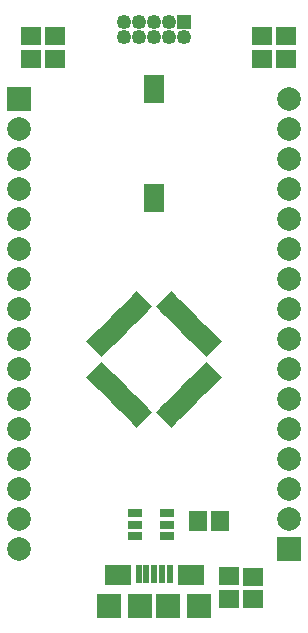
<source format=gbr>
G04 DipTrace Beta 2.9.0.1*
G04 TopMask.gbr*
%MOMM*%
G04 #@! TF.FileFunction,Soldermask,Top*
G04 #@! TF.Part,Single*
%AMOUTLINE1*
4,1,4,
0.85,-0.75,
-0.85,-0.75,
-0.85,0.75,
0.85,0.75,
0.85,-0.75,
0*%
%AMOUTLINE4*
4,1,4,
0.45963,0.81319,
0.81319,0.45963,
-0.45963,-0.81319,
-0.81319,-0.45963,
0.45963,0.81319,
0*%
%AMOUTLINE7*
4,1,4,
-0.81319,0.45963,
-0.45963,0.81319,
0.81319,-0.45963,
0.45963,-0.81319,
-0.81319,0.45963,
0*%
%ADD54R,1.3X0.8*%
%ADD56R,1.8X2.4*%
%ADD62C,1.25*%
%ADD64R,1.25X1.25*%
%ADD66C,2.0*%
%ADD68R,2.0X2.0*%
%ADD70R,0.6X1.55*%
%ADD72R,2.3X1.8*%
%ADD74R,2.0X2.1*%
%ADD76R,2.1X2.1*%
%ADD82R,1.5X1.7*%
%ADD84R,1.7X1.5*%
%ADD91OUTLINE1*%
%ADD94OUTLINE4*%
%ADD97OUTLINE7*%
%FSLAX35Y35*%
G04*
G71*
G90*
G75*
G01*
G04 TopMask*
%LPD*%
D84*
X2129123Y397550D3*
Y207550D3*
X2413000Y4971800D3*
Y4781800D3*
X254000Y4971800D3*
Y4781800D3*
D76*
X1415400Y152403D3*
X1175400D3*
D74*
X915400D3*
X1675400D3*
D72*
X985400Y407403D3*
X1605400D3*
D70*
X1165400Y419903D3*
X1230400D3*
X1295400D3*
X1360400D3*
X1425400D3*
D68*
X152400Y4445000D3*
D66*
Y4191000D3*
Y3937000D3*
Y3683000D3*
Y3429000D3*
Y3175000D3*
Y2921000D3*
Y2667000D3*
Y2413000D3*
Y2159000D3*
Y1905000D3*
Y1651000D3*
Y1397000D3*
Y1143000D3*
Y889000D3*
Y635000D3*
D64*
X1549400Y5092700D3*
D62*
X1422400D3*
X1295400D3*
X1168400D3*
X1041400D3*
X1549400Y4965700D3*
X1422400D3*
X1295400D3*
X1168400D3*
X1041400D3*
D68*
X2438400Y635000D3*
D66*
Y889000D3*
Y1143000D3*
Y1397000D3*
Y1651000D3*
Y1905000D3*
Y2159000D3*
Y2413000D3*
Y2667000D3*
Y2921000D3*
Y3175000D3*
Y3429000D3*
Y3683000D3*
Y3937000D3*
Y4191000D3*
Y4445000D3*
D84*
X2209800Y4971800D3*
Y4781800D3*
D82*
X1853217Y864713D3*
X1663217D3*
D84*
X1925923Y208050D3*
Y398050D3*
D91*
X457200Y4781800D3*
Y4971800D3*
D56*
X1295400Y3604000D3*
Y4524000D3*
D54*
X1405000Y743200D3*
Y838200D3*
Y933200D3*
X1135000D3*
Y838200D3*
Y743200D3*
D94*
X1786836Y2337730D3*
X1751482Y2373087D3*
X1716126Y2408440D3*
X1680773Y2443797D3*
X1645416Y2479153D3*
X1610059Y2514507D3*
X1574706Y2549863D3*
X1539349Y2585217D3*
X1503993Y2620573D3*
X1468639Y2655930D3*
X1433282Y2691283D3*
X1397929Y2726640D3*
D97*
X1192866D3*
X1157512Y2691283D3*
X1122156Y2655930D3*
X1086803Y2620573D3*
X1051446Y2585217D3*
X1016089Y2549863D3*
X980736Y2514507D3*
X945379Y2479153D3*
X910026Y2443797D3*
X874669Y2408440D3*
X839312Y2373087D3*
X803959Y2337730D3*
D94*
Y2132670D3*
X839312Y2097313D3*
X874669Y2061960D3*
X910026Y2026603D3*
X945379Y1991247D3*
X980736Y1955893D3*
X1016089Y1920537D3*
X1051446Y1885183D3*
X1086803Y1849827D3*
X1122156Y1814470D3*
X1157512Y1779117D3*
X1192866Y1743760D3*
D97*
X1397929D3*
X1433282Y1779117D3*
X1468639Y1814470D3*
X1503993Y1849827D3*
X1539349Y1885183D3*
X1574706Y1920537D3*
X1610059Y1955893D3*
X1645416Y1991247D3*
X1680773Y2026603D3*
X1716126Y2061960D3*
X1751482Y2097313D3*
X1786836Y2132670D3*
M02*

</source>
